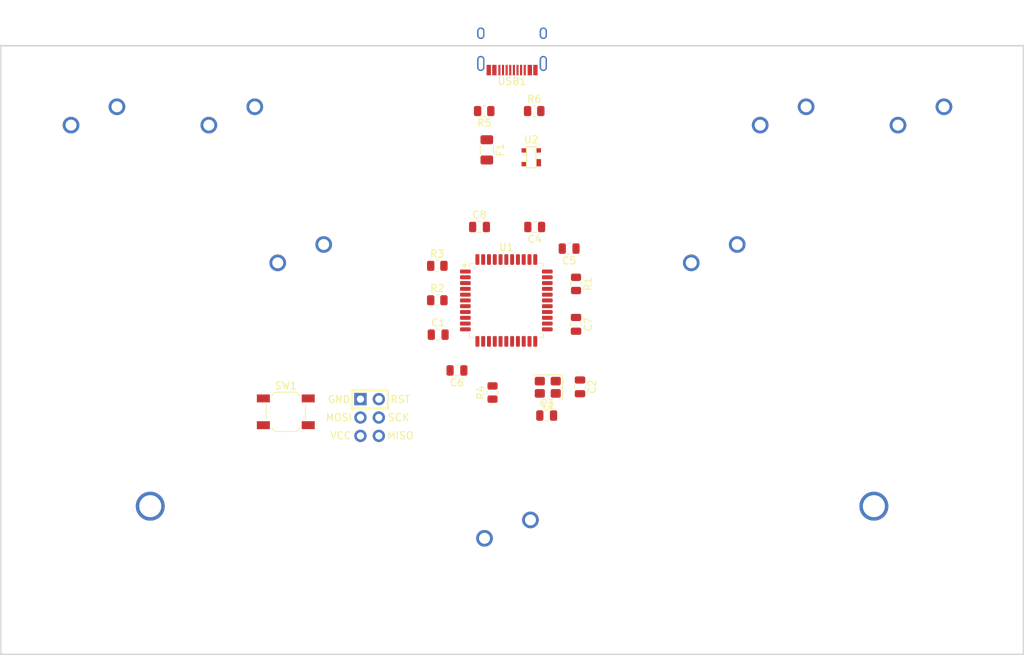
<source format=kicad_pcb>
(kicad_pcb (version 20241229) (generator "pcbnew") (generator_version "9.0")
  (layers (0 "F.Cu" signal) (2 "B.Cu" signal) (13 "F.Paste" user) (15 "B.Paste" user) (5 "F.SilkS" user "F.Silkscreen") (7 "B.SilkS" user "B.Silkscreen") (1 "F.Mask" user) (3 "B.Mask" user) (25 "Edge.Cuts" user))
  (net 0 "")
  (net 1 "Net-(U1-UCAP)")
  (net 2 "GND")
  (net 3 "XTAL1")
  (net 4 "XTAL2")
  (net 5 "+5V")
  (net 6 "VCC")
  (net 7 "RESET")
  (net 8 "MISO")
  (net 9 "SCK")
  (net 10 "MOSI")
  (net 11 "MX1")
  (net 12 "MX2")
  (net 13 "MX3")
  (net 14 "MX4")
  (net 15 "MX5")
  (net 16 "MX6")
  (net 17 "MX7")
  (net 18 "Net-(U1-~{HWB}{slash}PE2)")
  (net 19 "Net-(U1-D+)")
  (net 20 "D+")
  (net 21 "Net-(U1-D-)")
  (net 22 "D-")
  (net 23 "Net-(USB1-CC2)")
  (net 24 "Net-(USB1-CC1)")
  (footprint "Capacitor_SMD:C_0805_2012Metric" (layer "F.Cu") (at 143.1375 86.9532)
    (property "Reference" "C8" (at 0 -1.68 0) (layer "F.SilkS"))
    (property "Value" "10uF")
    (fp_line (start -0.261252 -0.735) (end 0.261252 -0.735) (stroke (width 0.12)) (layer "F.SilkS") (net 354718281))
    (fp_line (start -0.261252 0.735) (end 0.261252 0.735) (stroke (width 0.12)) (layer "F.SilkS") (net 354718281))
    (pad "1" smd roundrect (at -0.95 0) (size 1 1.45) (layers "F.Cu" "F.Mask" "F.Paste") (net 5 "+5V"))
    (pad "2" smd roundrect (at 0.95 0) (size 1 1.45) (layers "F.Cu" "F.Mask" "F.Paste") (net 2 "GND"))
  )
  (footprint "marbastlib-mx:SW_MX_1u" (layer "F.Cu") (at 147.6375 132.55625)
    (property "Reference" "MX7" (hide yes))
    (property "Value" "MX_SW_solder")
    (pad "" np_thru_hole circle (at -5.08 0) (size 1.75 1.75) (drill 1.75) (layers "*.Cu" "*.Mask"))
    (pad "" np_thru_hole circle (at 0 0) (size 3.9878 3.9878) (drill 3.9878) (layers "*.Cu" "*.Mask"))
    (pad "" np_thru_hole circle (at 5.08 0) (size 1.75 1.75) (drill 1.75) (layers "*.Cu" "*.Mask"))
    (pad "1" thru_hole circle (at -3.81 -2.54) (size 2.3 2.3) (drill 1.524) (layers "*.Cu" "B.Mask") (net 17 "MX7"))
    (pad "2" thru_hole circle (at 2.54 -5.08) (size 2.3 2.3) (drill 1.524) (layers "*.Cu" "B.Mask") (net 2 "GND"))
  )
  (footprint "Capacitor_SMD:C_0805_2012Metric" (layer "F.Cu") (at 156.475 100.41945 -90)
    (property "Reference" "C7" (at 0 -1.68 90) (layer "F.SilkS"))
    (property "Value" "0.1uF")
    (fp_line (start -0.261252 0.735) (end 0.261252 0.735) (stroke (width 0.12)) (layer "F.SilkS") (net 354718281))
    (fp_line (start -0.261252 -0.735) (end 0.261252 -0.735) (stroke (width 0.12)) (layer "F.SilkS") (net 354718281))
    (pad "1" smd roundrect (at -0.95 0 270) (size 1 1.45) (layers "F.Cu" "F.Mask" "F.Paste") (net 5 "+5V"))
    (pad "2" smd roundrect (at 0.95 0 270) (size 1 1.45) (layers "F.Cu" "F.Mask" "F.Paste") (net 2 "GND"))
  )
  (footprint "Resistor_SMD:R_0805_2012Metric" (layer "F.Cu") (at 150.69375 70.91945)
    (property "Reference" "R6" (at 0 -1.65 0) (layer "F.SilkS"))
    (property "Value" "5.1k")
    (fp_line (start -0.227064 -0.735) (end 0.227064 -0.735) (stroke (width 0.12)) (layer "F.SilkS") (net 354718281))
    (fp_line (start -0.227064 0.735) (end 0.227064 0.735) (stroke (width 0.12)) (layer "F.SilkS") (net 354718281))
    (pad "1" smd roundrect (at -0.9125 0) (size 1.025 1.4) (layers "F.Cu" "F.Mask" "F.Paste") (roundrect_rratio 0.243902) (net 24 "Net-(USB1-CC1)"))
    (pad "2" smd roundrect (at 0.9125 0) (size 1.025 1.4) (layers "F.Cu" "F.Mask" "F.Paste") (roundrect_rratio 0.243902) (net 2 "GND"))
  )
  (footprint "marbastlib-mx:STAB_MX_P_6.25u" (layer "F.Cu") (at 147.6375 132.55625)
    (property "Reference" "S1" (hide yes))
    (property "Value" "MX_stab")
    (pad "" thru_hole circle (at -50.00625 -6.985) (size 4 4) (drill 3.048) (layers "*.Cu" "B.Mask"))
    (pad "" np_thru_hole circle (at -50.00625 8.255) (size 3.9878 3.9878) (drill 3.9878) (layers "*.Cu" "*.Mask"))
    (pad "" thru_hole circle (at 50.00625 -6.985) (size 4 4) (drill 3.048) (layers "*.Cu" "B.Mask"))
    (pad "" np_thru_hole circle (at 50.00625 8.255) (size 3.9878 3.9878) (drill 3.9878) (layers "*.Cu" "*.Mask"))
  )
  (footprint "Resistor_SMD:R_0805_2012Metric" (layer "F.Cu") (at 137.30625 92.3257)
    (property "Reference" "R3" (at 0 -1.65 0) (layer "F.SilkS"))
    (property "Value" "22")
    (fp_line (start -0.227064 -0.735) (end 0.227064 -0.735) (stroke (width 0.12)) (layer "F.SilkS") (net 354718281))
    (fp_line (start -0.227064 0.735) (end 0.227064 0.735) (stroke (width 0.12)) (layer "F.SilkS") (net 354718281))
    (pad "1" smd roundrect (at -0.9125 0) (size 1.025 1.4) (layers "F.Cu" "F.Mask" "F.Paste") (roundrect_rratio 0.243902) (net 22 "D-"))
    (pad "2" smd roundrect (at 0.9125 0) (size 1.025 1.4) (layers "F.Cu" "F.Mask" "F.Paste") (roundrect_rratio 0.243902) (net 21 "Net-(U1-D-)"))
  )
  (footprint "Capacitor_SMD:C_0805_2012Metric" (layer "F.Cu") (at 157.02625 109.0657 -90)
    (property "Reference" "C2" (at 0 -1.68 90) (layer "F.SilkS"))
    (property "Value" "22pF")
    (fp_line (start -0.261252 0.735) (end 0.261252 0.735) (stroke (width 0.12)) (layer "F.SilkS") (net 354718281))
    (fp_line (start -0.261252 -0.735) (end 0.261252 -0.735) (stroke (width 0.12)) (layer "F.SilkS") (net 354718281))
    (pad "1" smd roundrect (at -0.95 0 270) (size 1 1.45) (layers "F.Cu" "F.Mask" "F.Paste") (net 3 "XTAL1"))
    (pad "2" smd roundrect (at 0.95 0 270) (size 1 1.45) (layers "F.Cu" "F.Mask" "F.Paste") (net 2 "GND"))
  )
  (footprint "Capacitor_SMD:C_0805_2012Metric" (layer "F.Cu") (at 137.425 101.8507)
    (property "Reference" "C1" (at 0 -1.68 0) (layer "F.SilkS"))
    (property "Value" "1uF")
    (fp_line (start -0.261252 -0.735) (end 0.261252 -0.735) (stroke (width 0.12)) (layer "F.SilkS") (net 354718281))
    (fp_line (start -0.261252 0.735) (end 0.261252 0.735) (stroke (width 0.12)) (layer "F.SilkS") (net 354718281))
    (pad "1" smd roundrect (at -0.95 0) (size 1 1.45) (layers "F.Cu" "F.Mask" "F.Paste") (net 1 "Net-(U1-UCAP)"))
    (pad "2" smd roundrect (at 0.95 0) (size 1 1.45) (layers "F.Cu" "F.Mask" "F.Paste") (net 2 "GND"))
  )
  (footprint "marbastlib-mx:SW_MX_1u" (layer "F.Cu") (at 90.4875 75.40625)
    (property "Reference" "MX1" (hide yes))
    (property "Value" "MX_SW_solder")
    (pad "" np_thru_hole circle (at -5.08 0) (size 1.75 1.75) (drill 1.75) (layers "*.Cu" "*.Mask"))
    (pad "" np_thru_hole circle (at 0 0) (size 3.9878 3.9878) (drill 3.9878) (layers "*.Cu" "*.Mask"))
    (pad "" np_thru_hole circle (at 5.08 0) (size 1.75 1.75) (drill 1.75) (layers "*.Cu" "*.Mask"))
    (pad "1" thru_hole circle (at -3.81 -2.54) (size 2.3 2.3) (drill 1.524) (layers "*.Cu" "B.Mask") (net 11 "MX1"))
    (pad "2" thru_hole circle (at 2.54 -5.08) (size 2.3 2.3) (drill 1.524) (layers "*.Cu" "B.Mask") (net 2 "GND"))
  )
  (footprint "Type-C:HRO-TYPE-C-31-M-12-Assembly" (layer "F.Cu") (at 147.6375 57.55625 180)
    (property "Reference" "USB1" (at 0 -9.25 0) (layer "F.SilkS"))
    (property "Value" "HRO-TYPE-C-31-M-12")
    (pad "" np_thru_hole circle (at -2.89 -6.25 180) (size 0.65 0.65) (drill 0.65) (layers "*.Cu" "*.Mask"))
    (pad "" np_thru_hole circle (at 2.89 -6.25 180) (size 0.65 0.65) (drill 0.65) (layers "*.Cu" "*.Mask"))
    (pad "1" smd rect (at -3.225 -7.695 180) (size 0.6 1.45) (layers "F.Cu" "F.Mask" "F.Paste") (net 2 "GND"))
    (pad "2" smd rect (at -2.45 -7.695 180) (size 0.6 1.45) (layers "F.Cu" "F.Mask" "F.Paste") (net 6 "VCC"))
    (pad "3" smd rect (at -1.75 -7.695 180) (size 0.3 1.45) (layers "F.Cu" "F.Mask" "F.Paste"))
    (pad "4" smd rect (at -1.25 -7.695 180) (size 0.3 1.45) (layers "F.Cu" "F.Mask" "F.Paste") (net 24 "Net-(USB1-CC1)"))
    (pad "5" smd rect (at -0.75 -7.695 180) (size 0.3 1.45) (layers "F.Cu" "F.Mask" "F.Paste") (net 22 "D-"))
    (pad "6" smd rect (at -0.25 -7.695 180) (size 0.3 1.45) (layers "F.Cu" "F.Mask" "F.Paste") (net 20 "D+"))
    (pad "7" smd rect (at 0.25 -7.695 180) (size 0.3 1.45) (layers "F.Cu" "F.Mask" "F.Paste") (net 22 "D-"))
    (pad "8" smd rect (at 0.75 -7.695 180) (size 0.3 1.45) (layers "F.Cu" "F.Mask" "F.Paste") (net 20 "D+"))
    (pad "9" smd rect (at 1.25 -7.695 180) (size 0.3 1.45) (layers "F.Cu" "F.Mask" "F.Paste"))
    (pad "10" smd rect (at 1.75 -7.695 180) (size 0.3 1.45) (layers "F.Cu" "F.Mask" "F.Paste") (net 23 "Net-(USB1-CC2)"))
    (pad "11" smd rect (at 2.45 -7.695 180) (size 0.6 1.45) (layers "F.Cu" "F.Mask" "F.Paste") (net 6 "VCC"))
    (pad "12" smd rect (at 3.225 -7.695 180) (size 0.6 1.45) (layers "F.Cu" "F.Mask" "F.Paste") (net 2 "GND"))
    (pad "13" thru_hole oval (at -4.32 -6.78 180) (size 1 2.1) (drill oval 0.6 1.7) (layers "*.Cu" "*.Mask") (net 2 "GND"))
    (pad "13" thru_hole oval (at -4.32 -2.6 180) (size 1 1.6) (drill oval 0.6 1.2) (layers "*.Cu" "*.Mask") (net 2 "GND"))
    (pad "13" thru_hole oval (at 4.32 -6.78 180) (size 1 2.1) (drill oval 0.6 1.7) (layers "*.Cu" "*.Mask") (net 2 "GND"))
    (pad "13" thru_hole oval (at 4.32 -2.6 180) (size 1 1.6) (drill oval 0.6 1.2) (layers "*.Cu" "*.Mask") (net 2 "GND"))
  )
  (footprint "Resistor_SMD:R_0805_2012Metric" (layer "F.Cu") (at 144.93875 109.8532 90)
    (property "Reference" "R4" (at 0 -1.65 90) (layer "F.SilkS"))
    (property "Value" "10k")
    (fp_line (start -0.227064 -0.735) (end 0.227064 -0.735) (stroke (width 0.12)) (layer "F.SilkS") (net 354718281))
    (fp_line (start -0.227064 0.735) (end 0.227064 0.735) (stroke (width 0.12)) (layer "F.SilkS") (net 354718281))
    (pad "1" smd roundrect (at -0.9125 0 90) (size 1.025 1.4) (layers "F.Cu" "F.Mask" "F.Paste") (roundrect_rratio 0.243902) (net 5 "+5V"))
    (pad "2" smd roundrect (at 0.9125 0 90) (size 1.025 1.4) (layers "F.Cu" "F.Mask" "F.Paste") (roundrect_rratio 0.243902) (net 7 "RESET"))
  )
  (footprint "marbastlib-mx:SW_MX_1u" (layer "F.Cu") (at 119.0625 94.45625)
    (property "Reference" "MX3" (hide yes))
    (property "Value" "MX_SW_solder")
    (pad "" np_thru_hole circle (at -5.08 0) (size 1.75 1.75) (drill 1.75) (layers "*.Cu" "*.Mask"))
    (pad "" np_thru_hole circle (at 0 0) (size 3.9878 3.9878) (drill 3.9878) (layers "*.Cu" "*.Mask"))
    (pad "" np_thru_hole circle (at 5.08 0) (size 1.75 1.75) (drill 1.75) (layers "*.Cu" "*.Mask"))
    (pad "1" thru_hole circle (at -3.81 -2.54) (size 2.3 2.3) (drill 1.524) (layers "*.Cu" "B.Mask") (net 13 "MX3"))
    (pad "2" thru_hole circle (at 2.54 -5.08) (size 2.3 2.3) (drill 1.524) (layers "*.Cu" "B.Mask") (net 2 "GND"))
  )
  (footprint "Package_QFP:TQFP-44_10x10mm_P0.8mm" (layer "F.Cu") (at 146.84375 97.1132)
    (property "Reference" "U1" (at 0 -7.35 0) (layer "F.SilkS"))
    (property "Value" "ATmega32U4-A")
    (fp_line (start -5.11 -5.11) (end -4.535 -5.11) (stroke (width 0.12)) (layer "F.SilkS") (net 354718281))
    (fp_line (start -5.11 -4.535) (end -5.11 -5.11) (stroke (width 0.12)) (layer "F.SilkS") (net 354718281))
    (fp_line (start -5.11 5.11) (end -5.11 4.535) (stroke (width 0.12)) (layer "F.SilkS") (net 354718281))
    (fp_line (start -4.535 5.11) (end -5.11 5.11) (stroke (width 0.12)) (layer "F.SilkS") (net 354718281))
    (fp_line (start 4.535 -5.11) (end 5.11 -5.11) (stroke (width 0.12)) (layer "F.SilkS") (net 354718281))
    (fp_line (start 5.11 -5.11) (end 5.11 -4.535) (stroke (width 0.12)) (layer "F.SilkS") (net 354718281))
    (fp_line (start 5.11 4.535) (end 5.11 5.11) (stroke (width 0.12)) (layer "F.SilkS") (net 354718281))
    (fp_line (start 5.11 5.11) (end 4.535 5.11) (stroke (width 0.12)) (layer "F.SilkS") (net 354718281))
    (fp_poly (pts (xy -5.75 -4.54) (xy -6.09 -5.01) (xy -5.41 -5.01)) (stroke (width 0.12)) (fill yes) (layer "F.SilkS") (net 354718281))
    (pad "1" smd roundrect (at -5.6625 -4) (size 1.475 0.55) (layers "F.Cu" "F.Mask" "F.Paste"))
    (pad "2" smd roundrect (at -5.6625 -3.2) (size 1.475 0.55) (layers "F.Cu" "F.Mask" "F.Paste") (net 5 "+5V"))
    (pad "3" smd roundrect (at -5.6625 -2.4) (size 1.475 0.55) (layers "F.Cu" "F.Mask" "F.Paste") (net 21 "Net-(U1-D-)"))
    (pad "4" smd roundrect (at -5.6625 -1.6) (size 1.475 0.55) (layers "F.Cu" "F.Mask" "F.Paste") (net 19 "Net-(U1-D+)"))
    (pad "5" smd roundrect (at -5.6625 -0.8) (size 1.475 0.55) (layers "F.Cu" "F.Mask" "F.Paste") (net 2 "GND"))
    (pad "6" smd roundrect (at -5.6625 0) (size 1.475 0.55) (layers "F.Cu" "F.Mask" "F.Paste") (net 1 "Net-(U1-UCAP)"))
    (pad "7" smd roundrect (at -5.6625 0.8) (size 1.475 0.55) (layers "F.Cu" "F.Mask" "F.Paste") (net 5 "+5V"))
    (pad "8" smd roundrect (at -5.6625 1.6) (size 1.475 0.55) (layers "F.Cu" "F.Mask" "F.Paste"))
    (pad "9" smd roundrect (at -5.6625 2.4) (size 1.475 0.55) (layers "F.Cu" "F.Mask" "F.Paste") (net 9 "SCK"))
    (pad "10" smd roundrect (at -5.6625 3.2) (size 1.475 0.55) (layers "F.Cu" "F.Mask" "F.Paste") (net 10 "MOSI"))
    (pad "11" smd roundrect (at -5.6625 4) (size 1.475 0.55) (layers "F.Cu" "F.Mask" "F.Paste") (net 8 "MISO"))
    (pad "12" smd roundrect (at -4 5.6625) (size 0.55 1.475) (layers "F.Cu" "F.Mask" "F.Paste"))
    (pad "13" smd roundrect (at -3.2 5.6625) (size 0.55 1.475) (layers "F.Cu" "F.Mask" "F.Paste") (net 7 "RESET"))
    (pad "14" smd roundrect (at -2.4 5.6625) (size 0.55 1.475) (layers "F.Cu" "F.Mask" "F.Paste") (net 5 "+5V"))
    (pad "15" smd roundrect (at -1.6 5.6625) (size 0.55 1.475) (layers "F.Cu" "F.Mask" "F.Paste") (net 2 "GND"))
    (pad "16" smd roundrect (at -0.8 5.6625) (size 0.55 1.475) (layers "F.Cu" "F.Mask" "F.Paste") (net 4 "XTAL2"))
    (pad "17" smd roundrect (at 0 5.6625) (size 0.55 1.475) (layers "F.Cu" "F.Mask" "F.Paste") (net 3 "XTAL1"))
    (pad "18" smd roundrect (at 0.8 5.6625) (size 0.55 1.475) (layers "F.Cu" "F.Mask" "F.Paste") (net 11 "MX1"))
    (pad "19" smd roundrect (at 1.6 5.6625) (size 0.55 1.475) (layers "F.Cu" "F.Mask" "F.Paste") (net 12 "MX2"))
    (pad "20" smd roundrect (at 2.4 5.6625) (size 0.55 1.475) (layers "F.Cu" "F.Mask" "F.Paste") (net 13 "MX3"))
    (pad "21" smd roundrect (at 3.2 5.6625) (size 0.55 1.475) (layers "F.Cu" "F.Mask" "F.Paste") (net 14 "MX4"))
    (pad "22" smd roundrect (at 4 5.6625) (size 0.55 1.475) (layers "F.Cu" "F.Mask" "F.Paste") (net 16 "MX6"))
    (pad "23" smd roundrect (at 5.6625 4) (size 1.475 0.55) (layers "F.Cu" "F.Mask" "F.Paste") (net 2 "GND"))
    (pad "24" smd roundrect (at 5.6625 3.2) (size 1.475 0.55) (layers "F.Cu" "F.Mask" "F.Paste") (net 5 "+5V"))
    (pad "25" smd roundrect (at 5.6625 2.4) (size 1.475 0.55) (layers "F.Cu" "F.Mask" "F.Paste") (net 15 "MX5"))
    (pad "26" smd roundrect (at 5.6625 1.6) (size 1.475 0.55) (layers "F.Cu" "F.Mask" "F.Paste") (net 17 "MX7"))
    (pad "27" smd roundrect (at 5.6625 0.8) (size 1.475 0.55) (layers "F.Cu" "F.Mask" "F.Paste"))
    (pad "28" smd roundrect (at 5.6625 0) (size 1.475 0.55) (layers "F.Cu" "F.Mask" "F.Paste"))
    (pad "29" smd roundrect (at 5.6625 -0.8) (size 1.475 0.55) (layers "F.Cu" "F.Mask" "F.Paste"))
    (pad "30" smd roundrect (at 5.6625 -1.6) (size 1.475 0.55) (layers "F.Cu" "F.Mask" "F.Paste"))
    (pad "31" smd roundrect (at 5.6625 -2.4) (size 1.475 0.55) (layers "F.Cu" "F.Mask" "F.Paste"))
    (pad "32" smd roundrect (at 5.6625 -3.2) (size 1.475 0.55) (layers "F.Cu" "F.Mask" "F.Paste"))
    (pad "33" smd roundrect (at 5.6625 -4) (size 1.475 0.55) (layers "F.Cu" "F.Mask" "F.Paste") (net 18 "Net-(U1-~{HWB}{slash}PE2)"))
    (pad "34" smd roundrect (at 4 -5.6625) (size 0.55 1.475) (layers "F.Cu" "F.Mask" "F.Paste") (net 5 "+5V"))
    (pad "35" smd roundrect (at 3.2 -5.6625) (size 0.55 1.475) (layers "F.Cu" "F.Mask" "F.Paste") (net 2 "GND"))
    (pad "36" smd roundrect (at 2.4 -5.6625) (size 0.55 1.475) (layers "F.Cu" "F.Mask" "F.Paste"))
    (pad "37" smd roundrect (at 1.6 -5.6625) (size 0.55 1.475) (layers "F.Cu" "F.Mask" "F.Paste"))
    (pad "38" smd roundrect (at 0.8 -5.6625) (size 0.55 1.475) (layers "F.Cu" "F.Mask" "F.Paste"))
    (pad "39" smd roundrect (at 0 -5.6625) (size 0.55 1.475) (layers "F.Cu" "F.Mask" "F.Paste"))
    (pad "40" smd roundrect (at -0.8 -5.6625) (size 0.55 1.475) (layers "F.Cu" "F.Mask" "F.Paste"))
    (pad "41" smd roundrect (at -1.6 -5.6625) (size 0.55 1.475) (layers "F.Cu" "F.Mask" "F.Paste"))
    (pad "42" smd roundrect (at -2.4 -5.6625) (size 0.55 1.475) (layers "F.Cu" "F.Mask" "F.Paste"))
    (pad "43" smd roundrect (at -3.2 -5.6625) (size 0.55 1.475) (layers "F.Cu" "F.Mask" "F.Paste") (net 2 "GND"))
    (pad "44" smd roundrect (at -4 -5.6625) (size 0.55 1.475) (layers "F.Cu" "F.Mask" "F.Paste") (net 5 "+5V"))
  )
  (footprint "random-keyboard-parts:Reset_Pretty-Mask" (layer "F.Cu") (at 127.9525 113.3057 180)
    (property "Reference" "J1")
    (property "Value" "AVR-ISP-6")
    (fp_line (start 2.5 3.75) (end -2.5 3.75) (stroke (width 0.25)) (layer "F.SilkS") (net 354718281))
    (fp_line (start 2.5 1.25) (end 2.5 3.75) (stroke (width 0.25)) (layer "F.SilkS") (net 354718281))
    (fp_line (start -2.5 3.75) (end -2.5 1.25) (stroke (width 0.25)) (layer "F.SilkS") (net 354718281))
    (fp_line (start -2.5 1.25) (end 2.5 1.25) (stroke (width 0.25)) (layer "F.SilkS") (net 354718281))
    (fp_text user "GND" (at 4.25 2.5 0) (layer "F.SilkS"))
    (fp_text user "MOSI" (at 4.25 0 0) (layer "F.SilkS"))
    (fp_text user "MISO" (at -4.25 -2.5 0) (layer "F.SilkS"))
    (fp_text user "VCC" (at 4 -2.5 0) (layer "F.SilkS"))
    (fp_text user "SCK" (at -4 0 0) (layer "F.SilkS"))
    (fp_text user "RST" (at -4.25 2.5 0) (layer "F.SilkS"))
    (pad "1" thru_hole circle (at -1.27 -2.54 180) (size 1.7 1.7) (drill 1) (layers "*.Cu" "F.Mask") (net 8 "MISO"))
    (pad "2" thru_hole circle (at 1.27 -2.54 180) (size 1.7 1.7) (drill 1) (layers "*.Cu" "F.Mask") (net 5 "+5V"))
    (pad "3" thru_hole circle (at -1.27 0 180) (size 1.7 1.7) (drill 1) (layers "*.Cu" "F.Mask") (net 9 "SCK"))
    (pad "4" thru_hole circle (at 1.27 0 180) (size 1.7 1.7) (drill 1) (layers "*.Cu" "F.Mask") (net 10 "MOSI"))
    (pad "5" thru_hole circle (at -1.27 2.54 180) (size 1.7 1.7) (drill 1) (layers "*.Cu" "F.Mask") (net 7 "RESET"))
    (pad "6" thru_hole rect (at 1.27 2.54 180) (size 1.7 1.7) (drill 1) (layers "*.Cu" "F.Mask") (net 2 "GND"))
  )
  (footprint "Resistor_SMD:R_0805_2012Metric" (layer "F.Cu") (at 156.475 94.8257 -90)
    (property "Reference" "R1" (at 0 -1.65 90) (layer "F.SilkS"))
    (property "Value" "10k")
    (fp_line (start -0.227064 0.735) (end 0.227064 0.735) (stroke (width 0.12)) (layer "F.SilkS") (net 354718281))
    (fp_line (start -0.227064 -0.735) (end 0.227064 -0.735) (stroke (width 0.12)) (layer "F.SilkS") (net 354718281))
    (pad "1" smd roundrect (at -0.9125 0 270) (size 1.025 1.4) (layers "F.Cu" "F.Mask" "F.Paste") (roundrect_rratio 0.243902) (net 18 "Net-(U1-~{HWB}{slash}PE2)"))
    (pad "2" smd roundrect (at 0.9125 0 270) (size 1.025 1.4) (layers "F.Cu" "F.Mask" "F.Paste") (roundrect_rratio 0.243902) (net 2 "GND"))
  )
  (footprint "Button_Switch_SMD:SW_SPST_SKQG_WithStem" (layer "F.Cu") (at 116.36375 112.51695)
    (property "Reference" "SW1" (at 0 -3.6 0) (layer "F.SilkS"))
    (property "Value" "SW_Push")
    (fp_line (start -2.72 1.04) (end -2.72 -1.04) (stroke (width 0.12)) (layer "F.SilkS") (net 354718281))
    (fp_line (start -1.45 -2.72) (end -1.94 -2.23) (stroke (width 0.12)) (layer "F.SilkS") (net 354718281))
    (fp_line (start -1.45 -2.72) (end 1.45 -2.72) (stroke (width 0.12)) (layer "F.SilkS") (net 354718281))
    (fp_line (start -1.45 2.72) (end -1.94 2.23) (stroke (width 0.12)) (layer "F.SilkS") (net 354718281))
    (fp_line (start -1.45 2.72) (end 1.45 2.72) (stroke (width 0.12)) (layer "F.SilkS") (net 354718281))
    (fp_line (start 1.45 -2.72) (end 1.94 -2.23) (stroke (width 0.12)) (layer "F.SilkS") (net 354718281))
    (fp_line (start 1.45 2.72) (end 1.94 2.23) (stroke (width 0.12)) (layer "F.SilkS") (net 354718281))
    (fp_line (start 2.72 1.04) (end 2.72 -1.04) (stroke (width 0.12)) (layer "F.SilkS") (net 354718281))
    (pad "1" smd rect (at -3.1 -1.85) (size 1.8 1.1) (layers "F.Cu" "F.Mask" "F.Paste") (net 2 "GND"))
    (pad "1" smd rect (at 3.1 -1.85) (size 1.8 1.1) (layers "F.Cu" "F.Mask" "F.Paste") (net 2 "GND"))
    (pad "2" smd rect (at -3.1 1.85) (size 1.8 1.1) (layers "F.Cu" "F.Mask" "F.Paste") (net 7 "RESET"))
    (pad "2" smd rect (at 3.1 1.85) (size 1.8 1.1) (layers "F.Cu" "F.Mask" "F.Paste") (net 7 "RESET"))
  )
  (footprint "Crystal:Crystal_SMD_3225-4Pin_3.2x2.5mm" (layer "F.Cu") (at 152.57 109.12195 180)
    (property "Reference" "Y1" (at 0 -2.45 0) (layer "F.SilkS"))
    (property "Value" "Crystal_GND24_Small")
    (fp_line (start -2.06 1.71) (end 2.06 1.71) (stroke (width 0.12)) (layer "F.SilkS") (net 354718281))
    (fp_line (start -2.06 -1.71) (end -2.06 1.71) (stroke (width 0.12)) (layer "F.SilkS") (net 354718281))
    (pad "1" smd roundrect (at -1.1 0.85 180) (size 1.4 1.2) (layers "F.Cu" "F.Mask" "F.Paste") (roundrect_rratio 0.208333) (net 3 "XTAL1"))
    (pad "2" smd roundrect (at 1.1 0.85 180) (size 1.4 1.2) (layers "F.Cu" "F.Mask" "F.Paste") (roundrect_rratio 0.208333) (net 2 "GND"))
    (pad "3" smd roundrect (at 1.1 -0.85 180) (size 1.4 1.2) (layers "F.Cu" "F.Mask" "F.Paste") (roundrect_rratio 0.208333) (net 4 "XTAL2"))
    (pad "4" smd roundrect (at -1.1 -0.85 180) (size 1.4 1.2) (layers "F.Cu" "F.Mask" "F.Paste") (roundrect_rratio 0.208333) (net 2 "GND"))
  )
  (footprint "Capacitor_SMD:C_0805_2012Metric" (layer "F.Cu") (at 152.42 113.03445)
    (property "Reference" "C3" (at 0 -1.68 0) (layer "F.SilkS"))
    (property "Value" "22pF")
    (fp_line (start -0.261252 -0.735) (end 0.261252 -0.735) (stroke (width 0.12)) (layer "F.SilkS") (net 354718281))
    (fp_line (start -0.261252 0.735) (end 0.261252 0.735) (stroke (width 0.12)) (layer "F.SilkS") (net 354718281))
    (pad "1" smd roundrect (at -0.95 0) (size 1 1.45) (layers "F.Cu" "F.Mask" "F.Paste") (net 4 "XTAL2"))
    (pad "2" smd roundrect (at 0.95 0) (size 1 1.45) (layers "F.Cu" "F.Mask" "F.Paste") (net 2 "GND"))
  )
  (footprint "Fuse:Fuse_1206_3216Metric" (layer "F.Cu") (at 144.145 76.2882 -90)
    (property "Reference" "F1" (at 0 -1.83 90) (layer "F.SilkS"))
    (property "Value" "500mA")
    (fp_line (start -0.602064 0.91) (end 0.602064 0.91) (stroke (width 0.12)) (layer "F.SilkS") (net 354718281))
    (fp_line (start -0.602064 -0.91) (end 0.602064 -0.91) (stroke (width 0.12)) (layer "F.SilkS") (net 354718281))
    (pad "1" smd roundrect (at -1.4 0 270) (size 1.25 1.75) (layers "F.Cu" "F.Mask" "F.Paste") (roundrect_rratio 0.2) (net 6 "VCC"))
    (pad "2" smd roundrect (at 1.4 0 270) (size 1.25 1.75) (layers "F.Cu" "F.Mask" "F.Paste") (roundrect_rratio 0.2) (net 5 "+5V"))
  )
  (footprint "Capacitor_SMD:C_0805_2012Metric" (layer "F.Cu") (at 155.525 89.94445 180)
    (property "Reference" "C5" (at 0 -1.68 0) (layer "F.SilkS"))
    (property "Value" "0.1uF")
    (fp_line (start -0.261252 0.735) (end 0.261252 0.735) (stroke (width 0.12)) (layer "F.SilkS") (net 354718281))
    (fp_line (start -0.261252 -0.735) (end 0.261252 -0.735) (stroke (width 0.12)) (layer "F.SilkS") (net 354718281))
    (pad "1" smd roundrect (at -0.95 0 180) (size 1 1.45) (layers "F.Cu" "F.Mask" "F.Paste") (net 5 "+5V"))
    (pad "2" smd roundrect (at 0.95 0 180) (size 1 1.45) (layers "F.Cu" "F.Mask" "F.Paste") (net 2 "GND"))
  )
  (footprint "Capacitor_SMD:C_0805_2012Metric" (layer "F.Cu") (at 140.02 106.79695 180)
    (property "Reference" "C6" (at 0 -1.68 0) (layer "F.SilkS"))
    (property "Value" "0.1uF")
    (fp_line (start -0.261252 0.735) (end 0.261252 0.735) (stroke (width 0.12)) (layer "F.SilkS") (net 354718281))
    (fp_line (start -0.261252 -0.735) (end 0.261252 -0.735) (stroke (width 0.12)) (layer "F.SilkS") (net 354718281))
    (pad "1" smd roundrect (at -0.95 0 180) (size 1 1.45) (layers "F.Cu" "F.Mask" "F.Paste") (net 5 "+5V"))
    (pad "2" smd roundrect (at 0.95 0 180) (size 1 1.45) (layers "F.Cu" "F.Mask" "F.Paste") (net 2 "GND"))
  )
  (footprint "Capacitor_SMD:C_0805_2012Metric" (layer "F.Cu") (at 150.7625 86.9532 180)
    (property "Reference" "C4" (at 0 -1.68 0) (layer "F.SilkS"))
    (property "Value" "0.1uF")
    (fp_line (start -0.261252 0.735) (end 0.261252 0.735) (stroke (width 0.12)) (layer "F.SilkS") (net 354718281))
    (fp_line (start -0.261252 -0.735) (end 0.261252 -0.735) (stroke (width 0.12)) (layer "F.SilkS") (net 354718281))
    (pad "1" smd roundrect (at -0.95 0 180) (size 1 1.45) (layers "F.Cu" "F.Mask" "F.Paste") (net 5 "+5V"))
    (pad "2" smd roundrect (at 0.95 0 180) (size 1 1.45) (layers "F.Cu" "F.Mask" "F.Paste") (net 2 "GND"))
  )
  (footprint "marbastlib-mx:SW_MX_1u" (layer "F.Cu") (at 185.7375 75.40625)
    (property "Reference" "MX5" (hide yes))
    (property "Value" "MX_SW_solder")
    (pad "" np_thru_hole circle (at -5.08 0) (size 1.75 1.75) (drill 1.75) (layers "*.Cu" "*.Mask"))
    (pad "" np_thru_hole circle (at 0 0) (size 3.9878 3.9878) (drill 3.9878) (layers "*.Cu" "*.Mask"))
    (pad "" np_thru_hole circle (at 5.08 0) (size 1.75 1.75) (drill 1.75) (layers "*.Cu" "*.Mask"))
    (pad "1" thru_hole circle (at -3.81 -2.54) (size 2.3 2.3) (drill 1.524) (layers "*.Cu" "B.Mask") (net 15 "MX5"))
    (pad "2" thru_hole circle (at 2.54 -5.08) (size 2.3 2.3) (drill 1.524) (layers "*.Cu" "B.Mask") (net 2 "GND"))
  )
  (footprint "marbastlib-mx:SW_MX_1u" (layer "F.Cu") (at 204.7875 75.40625)
    (property "Reference" "MX6" (hide yes))
    (property "Value" "MX_SW_solder")
    (pad "" np_thru_hole circle (at -5.08 0) (size 1.75 1.75) (drill 1.75) (layers "*.Cu" "*.Mask"))
    (pad "" np_thru_hole circle (at 0 0) (size 3.9878 3.9878) (drill 3.9878) (layers "*.Cu" "*.Mask"))
    (pad "" np_thru_hole circle (at 5.08 0) (size 1.75 1.75) (drill 1.75) (layers "*.Cu" "*.Mask"))
    (pad "1" thru_hole circle (at -3.81 -2.54) (size 2.3 2.3) (drill 1.524) (layers "*.Cu" "B.Mask") (net 16 "MX6"))
    (pad "2" thru_hole circle (at 2.54 -5.08) (size 2.3 2.3) (drill 1.524) (layers "*.Cu" "B.Mask") (net 2 "GND"))
  )
  (footprint "marbastlib-mx:SW_MX_1u" (layer "F.Cu") (at 176.2125 94.45625)
    (property "Reference" "MX4" (hide yes))
    (property "Value" "MX_SW_solder")
    (pad "" np_thru_hole circle (at -5.08 0) (size 1.75 1.75) (drill 1.75) (layers "*.Cu" "*.Mask"))
    (pad "" np_thru_hole circle (at 0 0) (size 3.9878 3.9878) (drill 3.9878) (layers "*.Cu" "*.Mask"))
    (pad "" np_thru_hole circle (at 5.08 0) (size 1.75 1.75) (drill 1.75) (layers "*.Cu" "*.Mask"))
    (pad "1" thru_hole circle (at -3.81 -2.54) (size 2.3 2.3) (drill 1.524) (layers "*.Cu" "B.Mask") (net 14 "MX4"))
    (pad "2" thru_hole circle (at 2.54 -5.08) (size 2.3 2.3) (drill 1.524) (layers "*.Cu" "B.Mask") (net 2 "GND"))
  )
  (footprint "marbastlib-mx:SW_MX_1u" (layer "F.Cu") (at 109.5375 75.40625)
    (property "Reference" "MX2" (hide yes))
    (property "Value" "MX_SW_solder")
    (pad "" np_thru_hole circle (at -5.08 0) (size 1.75 1.75) (drill 1.75) (layers "*.Cu" "*.Mask"))
    (pad "" np_thru_hole circle (at 0 0) (size 3.9878 3.9878) (drill 3.9878) (layers "*.Cu" "*.Mask"))
    (pad "" np_thru_hole circle (at 5.08 0) (size 1.75 1.75) (drill 1.75) (layers "*.Cu" "*.Mask"))
    (pad "1" thru_hole circle (at -3.81 -2.54) (size 2.3 2.3) (drill 1.524) (layers "*.Cu" "B.Mask") (net 12 "MX2"))
    (pad "2" thru_hole circle (at 2.54 -5.08) (size 2.3 2.3) (drill 1.524) (layers "*.Cu" "B.Mask") (net 2 "GND"))
  )
  (footprint "random-keyboard-parts:SOT143B" (layer "F.Cu") (at 150.28875 77.3132 180)
    (property "Reference" "U2" (at 0 2.45 0) (layer "F.SilkS"))
    (property "Value" "PRTR5V0U2X")
    (fp_line (start 0.65 -1.45) (end 0.65 1.45) (stroke (width 0.15)) (layer "F.SilkS") (net 354718281))
    (fp_line (start 0.65 -1.45) (end -0.65 -1.45) (stroke (width 0.15)) (layer "F.SilkS") (net 354718281))
    (fp_line (start -0.65 1.45) (end 0.65 1.45) (stroke (width 0.15)) (layer "F.SilkS") (net 354718281))
    (fp_line (start -0.65 -1.45) (end -0.65 1.45) (stroke (width 0.15)) (layer "F.SilkS") (net 354718281))
    (pad "1" smd rect (at -1 -0.75 90) (size 1 0.7) (layers "F.Cu" "F.Mask" "F.Paste") (net 2 "GND"))
    (pad "2" smd rect (at -1 0.95 90) (size 0.6 0.7) (layers "F.Cu" "F.Mask" "F.Paste") (net 20 "D+"))
    (pad "3" smd rect (at 1 0.95 90) (size 0.6 0.7) (layers "F.Cu" "F.Mask" "F.Paste") (net 22 "D-"))
    (pad "4" smd rect (at 1 -0.95 90) (size 0.6 0.7) (layers "F.Cu" "F.Mask" "F.Paste") (net 6 "VCC"))
  )
  (footprint "Resistor_SMD:R_0805_2012Metric" (layer "F.Cu") (at 143.7875 70.91945 180)
    (property "Reference" "R5" (at 0 -1.65 0) (layer "F.SilkS"))
    (property "Value" "5.1k")
    (fp_line (start -0.227064 0.735) (end 0.227064 0.735) (stroke (width 0.12)) (layer "F.SilkS") (net 354718281))
    (fp_line (start -0.227064 -0.735) (end 0.227064 -0.735) (stroke (width 0.12)) (layer "F.SilkS") (net 354718281))
    (pad "1" smd roundrect (at -0.9125 0 180) (size 1.025 1.4) (layers "F.Cu" "F.Mask" "F.Paste") (roundrect_rratio 0.243902) (net 23 "Net-(USB1-CC2)"))
    (pad "2" smd roundrect (at 0.9125 0 180) (size 1.025 1.4) (layers "F.Cu" "F.Mask" "F.Paste") (roundrect_rratio 0.243902) (net 2 "GND"))
  )
  (footprint "Resistor_SMD:R_0805_2012Metric" (layer "F.Cu") (at 137.30625 97.0882)
    (property "Reference" "R2" (at 0 -1.65 0) (layer "F.SilkS"))
    (property "Value" "22")
    (fp_line (start -0.227064 -0.735) (end 0.227064 -0.735) (stroke (width 0.12)) (layer "F.SilkS") (net 354718281))
    (fp_line (start -0.227064 0.735) (end 0.227064 0.735) (stroke (width 0.12)) (layer "F.SilkS") (net 354718281))
    (pad "1" smd roundrect (at -0.9125 0) (size 1.025 1.4) (layers "F.Cu" "F.Mask" "F.Paste") (roundrect_rratio 0.243902) (net 20 "D+"))
    (pad "2" smd roundrect (at 0.9125 0) (size 1.025 1.4) (layers "F.Cu" "F.Mask" "F.Paste") (roundrect_rratio 0.243902) (net 19 "Net-(U1-D+)"))
  )
  (gr_line (start 76.9625 61.88125) (end 218.3125 61.88125) (stroke (width 0.2)) (layer "Edge.Cuts"))
  (gr_line (start 218.3125 61.88125) (end 218.3125 146.08125) (stroke (width 0.2)) (layer "Edge.Cuts"))
  (gr_arc (start 76.9625 61.88125) (mid 76.9625 61.88125) (end 76.9625 61.88125) (stroke (width 0.2)) (layer "Edge.Cuts"))
  (gr_line (start 76.9625 146.08125) (end 76.9625 61.88125) (stroke (width 0.2)) (layer "Edge.Cuts"))
  (gr_line (start 218.3125 146.08125) (end 76.9625 146.08125) (stroke (width 0.2)) (layer "Edge.Cuts"))
  (gr_arc (start 218.3125 61.88125) (mid 218.3125 61.88125) (end 218.3125 61.88125) (stroke (width 0.2)) (layer "Edge.Cuts"))
  (gr_arc (start 76.9625 146.08125) (mid 76.9625 146.08125) (end 76.9625 146.08125) (stroke (width 0.2)) (layer "Edge.Cuts"))
  (gr_arc (start 218.3125 146.08125) (mid 218.3125 146.08125) (end 218.3125 146.08125) (stroke (width 0.2)) (layer "Edge.Cuts"))
)
</source>
